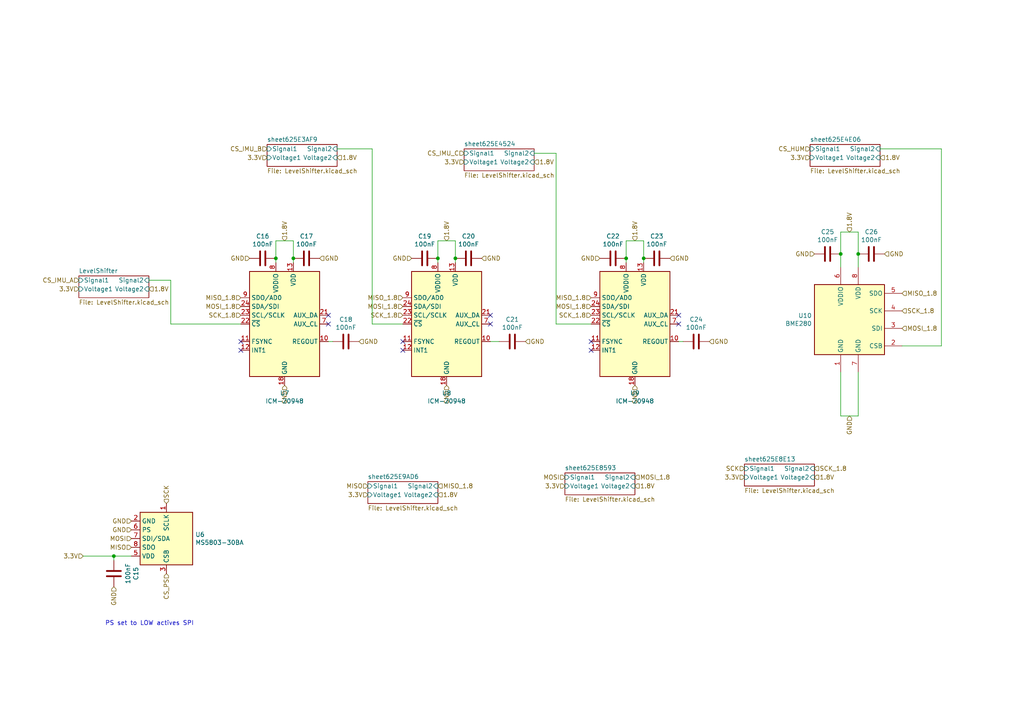
<source format=kicad_sch>
(kicad_sch (version 20230121) (generator eeschema)
  (paper "A4")
  (lib_symbols
    (symbol "AttitudeMotorController-rescue:MS5803-30BA-Sensor_Pressure-ms5803-30ba-sensor_pressure"
      (property "Reference" "U" (at -6.35 8.89 0))
      (property "Value" "MS5803-30BA-Sensor_Pressure-ms5803-30ba-sensor_pressure" (at 7.62 8.89 0))
      (symbol "MS5803-30BA-Sensor_Pressure-ms5803-30ba-sensor_pressure_0_1"
        (rectangle (start -7.62 7.62) (end 7.62 -7.62) (stroke (width 0.254)) (fill (type background)))
      )
      (symbol "MS5803-30BA-Sensor_Pressure-ms5803-30ba-sensor_pressure_1_1"
        (pin input line (at 0 10.16 270) (length 2.54) (name "SCLK") (number "1"))
        (pin power_in line (at -10.16 5.08 0) (length 2.54) (name "GND") (number "2"))
        (pin input line (at 0 -10.16 90) (length 2.54) (name "CSB") (number "3"))
        (pin input line (at -10.16 -5.08 0) (length 2.54) hide (name "CSB") (number "5"))
        (pin power_in line (at -10.16 -5.08 0) (length 2.54) (name "VDD") (number "5"))
        (pin input line (at -10.16 2.54 0) (length 2.54) (name "PS") (number "6"))
        (pin bidirectional line (at -10.16 0 0) (length 2.54) (name "SDI/SDA") (number "7"))
        (pin output line (at -10.16 -2.54 0) (length 2.54) (name "SDO") (number "8"))
      )
    )
    (symbol "Device:C" (pin_numbers hide) (pin_names (offset 0.254))
      (property "Reference" "C" (at 0.635 2.54 0))
      (property "Value" "C" (at 0.635 -2.54 0))
      (symbol "C_0_1"
        (polyline (pts (xy -2.032 -0.762) (xy 2.032 -0.762)) (stroke (width 0.508)))
        (polyline (pts (xy -2.032 0.762) (xy 2.032 0.762)) (stroke (width 0.508)))
      )
      (symbol "C_1_1"
        (pin passive line (at 0 3.81 270) (length 2.794) (name "~") (number "1"))
        (pin passive line (at 0 -3.81 90) (length 2.794) (name "~") (number "2"))
      )
    )
    (symbol "Sensor:BME280"
      (property "Reference" "U" (at -8.89 11.43 0))
      (property "Value" "BME280" (at 7.62 11.43 0))
      (symbol "BME280_0_1"
        (rectangle (start -10.16 10.16) (end 10.16 -10.16) (stroke (width 0.254)) (fill (type background)))
      )
      (symbol "BME280_1_1"
        (pin power_in line (at -2.54 -15.24 90) (length 5.08) (name "GND") (number "1"))
        (pin input line (at 15.24 -7.62 180) (length 5.08) (name "CSB") (number "2"))
        (pin bidirectional line (at 15.24 -2.54 180) (length 5.08) (name "SDI") (number "3"))
        (pin input line (at 15.24 2.54 180) (length 5.08) (name "SCK") (number "4"))
        (pin bidirectional line (at 15.24 7.62 180) (length 5.08) (name "SDO") (number "5"))
        (pin power_in line (at -2.54 15.24 270) (length 5.08) (name "VDDIO") (number "6"))
        (pin power_in line (at 2.54 -15.24 90) (length 5.08) (name "GND") (number "7"))
        (pin power_in line (at 2.54 15.24 270) (length 5.08) (name "VDD") (number "8"))
      )
    )
    (symbol "Sensor_Motion:ICM-20948"
      (property "Reference" "U" (at -11.43 16.51 0))
      (property "Value" "ICM-20948" (at 7.62 -16.51 0))
      (symbol "ICM-20948_0_1"
        (rectangle (start -10.16 15.24) (end 10.16 -15.24) (stroke (width 0.254)) (fill (type background)))
      )
      (symbol "ICM-20948_1_1"
        (pin no_connect line (at -10.16 12.7 0) (length 2.54) hide (name "NC") (number "1"))
        (pin passive line (at 12.7 -5.08 180) (length 2.54) (name "REGOUT") (number "10"))
        (pin input line (at -12.7 -5.08 0) (length 2.54) (name "FSYNC") (number "11"))
        (pin output line (at -12.7 -7.62 0) (length 2.54) (name "INT1") (number "12"))
        (pin power_in line (at 2.54 17.78 270) (length 2.54) (name "VDD") (number "13"))
        (pin no_connect line (at 10.16 7.62 180) (length 2.54) hide (name "NC") (number "14"))
        (pin no_connect line (at 10.16 5.08 180) (length 2.54) hide (name "NC") (number "15"))
        (pin no_connect line (at 10.16 -7.62 180) (length 2.54) hide (name "NC") (number "16"))
        (pin no_connect line (at 10.16 -10.16 180) (length 2.54) hide (name "NC") (number "17"))
        (pin power_in line (at 0 -17.78 90) (length 2.54) (name "GND") (number "18"))
        (pin no_connect line (at 10.16 -12.7 180) (length 2.54) hide (name "RESV") (number "19"))
        (pin no_connect line (at -10.16 10.16 0) (length 2.54) hide (name "NC") (number "2"))
        (pin passive line (at 0 -17.78 90) (length 2.54) hide (name "GND") (number "20"))
        (pin bidirectional line (at 12.7 2.54 180) (length 2.54) (name "AUX_DA") (number "21"))
        (pin input line (at -12.7 0 0) (length 2.54) (name "~{CS}") (number "22"))
        (pin input line (at -12.7 2.54 0) (length 2.54) (name "SCL/SCLK") (number "23"))
        (pin bidirectional line (at -12.7 5.08 0) (length 2.54) (name "SDA/SDI") (number "24"))
        (pin no_connect line (at -10.16 -2.54 0) (length 2.54) hide (name "NC") (number "3"))
        (pin no_connect line (at -10.16 -10.16 0) (length 2.54) hide (name "NC") (number "4"))
        (pin no_connect line (at -10.16 -12.7 0) (length 2.54) hide (name "NC") (number "5"))
        (pin no_connect line (at 10.16 10.16 180) (length 2.54) hide (name "NC") (number "6"))
        (pin output line (at 12.7 0 180) (length 2.54) (name "AUX_CL") (number "7"))
        (pin power_in line (at -2.54 17.78 270) (length 2.54) (name "VDDIO") (number "8"))
        (pin bidirectional line (at -12.7 7.62 0) (length 2.54) (name "SDO/AD0") (number "9"))
      )
    )
  )
  (junction (at 243.84 73.66))
  (junction (at 248.92 73.66))
  (junction (at 33.02 161.29))
  (junction (at 80.01 74.93))
  (junction (at 181.61 74.93))
  (junction (at 186.69 74.93))
  (junction (at 127 74.93))
  (junction (at 132.08 74.93))
  (junction (at 85.09 74.93))
  (no_connect (at 116.84 99.06))
  (no_connect (at 196.85 93.98))
  (no_connect (at 142.24 93.98))
  (no_connect (at 95.25 93.98))
  (no_connect (at 196.85 91.44))
  (no_connect (at 171.45 99.06))
  (no_connect (at 69.85 99.06))
  (no_connect (at 171.45 101.6))
  (no_connect (at 69.85 101.6))
  (no_connect (at 116.84 101.6))
  (no_connect (at 142.24 91.44))
  (no_connect (at 95.25 91.44))
  (wire (pts (xy 80.01 76.2) (xy 80.01 74.93)))
  (wire (pts (xy 181.61 69.85) (xy 186.69 69.85)))
  (wire (pts (xy 49.53 93.98) (xy 69.85 93.98)))
  (wire (pts (xy 161.29 93.98) (xy 171.45 93.98)))
  (wire (pts (xy 144.78 99.06) (xy 142.24 99.06)))
  (wire (pts (xy 255.27 43.18) (xy 273.05 43.18)))
  (wire (pts (xy 97.79 43.18) (xy 107.95 43.18)))
  (wire (pts (xy 80.01 69.85) (xy 85.09 69.85)))
  (wire (pts (xy 273.05 100.33) (xy 261.62 100.33)))
  (wire (pts (xy 243.84 67.31) (xy 243.84 73.66)))
  (wire (pts (xy 248.92 67.31) (xy 248.92 73.66)))
  (wire (pts (xy 132.08 69.85) (xy 132.08 74.93)))
  (wire (pts (xy 127 74.93) (xy 127 76.2)))
  (wire (pts (xy 107.95 43.18) (xy 107.95 93.98)))
  (wire (pts (xy 186.69 69.85) (xy 186.69 74.93)))
  (wire (pts (xy 132.08 74.93) (xy 132.08 76.2)))
  (wire (pts (xy 107.95 93.98) (xy 116.84 93.98)))
  (wire (pts (xy 49.53 81.28) (xy 49.53 93.98)))
  (wire (pts (xy 243.84 120.65) (xy 243.84 107.95)))
  (wire (pts (xy 127 69.85) (xy 127 74.93)))
  (wire (pts (xy 38.1 161.29) (xy 33.02 161.29)))
  (wire (pts (xy 95.25 99.06) (xy 96.52 99.06)))
  (wire (pts (xy 248.92 73.66) (xy 248.92 77.47)))
  (wire (pts (xy 248.92 120.65) (xy 243.84 120.65)))
  (wire (pts (xy 243.84 67.31) (xy 248.92 67.31)))
  (wire (pts (xy 161.29 44.45) (xy 161.29 93.98)))
  (wire (pts (xy 127 69.85) (xy 132.08 69.85)))
  (wire (pts (xy 85.09 69.85) (xy 85.09 74.93)))
  (wire (pts (xy 80.01 74.93) (xy 80.01 69.85)))
  (wire (pts (xy 273.05 43.18) (xy 273.05 100.33)))
  (wire (pts (xy 43.18 81.28) (xy 49.53 81.28)))
  (wire (pts (xy 33.02 161.29) (xy 33.02 162.56)))
  (wire (pts (xy 196.85 99.06) (xy 198.12 99.06)))
  (wire (pts (xy 154.94 44.45) (xy 161.29 44.45)))
  (wire (pts (xy 243.84 73.66) (xy 243.84 77.47)))
  (wire (pts (xy 181.61 69.85) (xy 181.61 74.93)))
  (wire (pts (xy 33.02 161.29) (xy 24.13 161.29)))
  (wire (pts (xy 186.69 74.93) (xy 186.69 76.2)))
  (wire (pts (xy 85.09 74.93) (xy 85.09 76.2)))
  (wire (pts (xy 248.92 107.95) (xy 248.92 120.65)))
  (wire (pts (xy 181.61 74.93) (xy 181.61 76.2)))
  (text "PS set to LOW actives SPI" (at 30.48 181.61 0) (effects (font (size 1.27 1.27)) (justify left bottom)))
  (hierarchical_label "GND" (shape input) (at 194.31 74.93 0))
  (hierarchical_label "3.3V" (shape input) (at 77.47 45.72 180))
  (hierarchical_label "GND" (shape input) (at 38.1 153.67 180))
  (hierarchical_label "MOSI_1.8" (shape input) (at 184.15 138.43 0))
  (hierarchical_label "MISO" (shape input) (at 106.68 140.97 180))
  (hierarchical_label "CS_IMU_C" (shape input) (at 134.62 44.45 180))
  (hierarchical_label "SCK_1.8" (shape input) (at 171.45 91.44 180))
  (hierarchical_label "GND" (shape input) (at 33.02 170.18 270))
  (hierarchical_label "1.8V" (shape input) (at 154.94 46.99 0))
  (hierarchical_label "MOSI" (shape input) (at 163.83 138.43 180))
  (hierarchical_label "MISO_1.8" (shape input) (at 69.85 86.36 180))
  (hierarchical_label "GND" (shape input) (at 246.38 120.65 270))
  (hierarchical_label "GND" (shape input) (at 38.1 151.13 180))
  (hierarchical_label "MISO_1.8" (shape input) (at 116.84 86.36 180))
  (hierarchical_label "MISO" (shape input) (at 38.1 158.75 180))
  (hierarchical_label "1.8V" (shape input) (at 82.55 69.85 90))
  (hierarchical_label "3.3V" (shape input) (at 215.9 138.43 180))
  (hierarchical_label "CS_PS" (shape input) (at 48.26 166.37 270))
  (hierarchical_label "GND" (shape input) (at 119.38 74.93 180))
  (hierarchical_label "1.8V" (shape input) (at 97.79 45.72 0))
  (hierarchical_label "MOSI_1.8" (shape input) (at 261.62 95.25 0))
  (hierarchical_label "MISO_1.8" (shape input) (at 127 140.97 0))
  (hierarchical_label "SCK_1.8" (shape input) (at 236.22 135.89 0))
  (hierarchical_label "3.3V" (shape input) (at 106.68 143.51 180))
  (hierarchical_label "1.8V" (shape input) (at 129.54 69.85 90))
  (hierarchical_label "GND" (shape input) (at 72.39 74.93 180))
  (hierarchical_label "3.3V" (shape input) (at 163.83 140.97 180))
  (hierarchical_label "CS_HUM" (shape input) (at 234.95 43.18 180))
  (hierarchical_label "1.8V" (shape input) (at 184.15 69.85 90))
  (hierarchical_label "GND" (shape input) (at 139.7 74.93 0))
  (hierarchical_label "MISO_1.8" (shape input) (at 171.45 86.36 180))
  (hierarchical_label "1.8V" (shape input) (at 184.15 140.97 0))
  (hierarchical_label "3.3V" (shape input) (at 24.13 161.29 180))
  (hierarchical_label "3.3V" (shape input) (at 134.62 46.99 180))
  (hierarchical_label "SCK_1.8" (shape input) (at 69.85 91.44 180))
  (hierarchical_label "GND" (shape input) (at 256.54 73.66 0))
  (hierarchical_label "1.8V" (shape input) (at 246.38 67.31 90))
  (hierarchical_label "MOSI" (shape input) (at 38.1 156.21 180))
  (hierarchical_label "MOSI_1.8" (shape input) (at 116.84 88.9 180))
  (hierarchical_label "GND" (shape input) (at 173.99 74.93 180))
  (hierarchical_label "MOSI_1.8" (shape input) (at 69.85 88.9 180))
  (hierarchical_label "CS_IMU_A" (shape input) (at 22.86 81.28 180))
  (hierarchical_label "MOSI_1.8" (shape input) (at 171.45 88.9 180))
  (hierarchical_label "1.8V" (shape input) (at 236.22 138.43 0))
  (hierarchical_label "GND" (shape input) (at 92.71 74.93 0))
  (hierarchical_label "GND" (shape input) (at 82.55 111.76 270))
  (hierarchical_label "MISO_1.8" (shape input) (at 261.62 85.09 0))
  (hierarchical_label "SCK" (shape input) (at 215.9 135.89 180))
  (hierarchical_label "1.8V" (shape input) (at 43.18 83.82 0))
  (hierarchical_label "GND" (shape input) (at 184.15 111.76 270))
  (hierarchical_label "GND" (shape input) (at 129.54 111.76 270))
  (hierarchical_label "CS_IMU_B" (shape input) (at 77.47 43.18 180))
  (hierarchical_label "GND" (shape input) (at 152.4 99.06 0))
  (hierarchical_label "3.3V" (shape input) (at 22.86 83.82 180))
  (hierarchical_label "GND" (shape input) (at 205.74 99.06 0))
  (hierarchical_label "3.3V" (shape input) (at 234.95 45.72 180))
  (hierarchical_label "GND" (shape input) (at 236.22 73.66 180))
  (hierarchical_label "1.8V" (shape input) (at 255.27 45.72 0))
  (hierarchical_label "GND" (shape input) (at 104.14 99.06 0))
  (hierarchical_label "SCK_1.8" (shape input) (at 261.62 90.17 0))
  (hierarchical_label "SCK" (shape input) (at 48.26 146.05 90))
  (hierarchical_label "1.8V" (shape input) (at 127 143.51 0))
  (hierarchical_label "SCK_1.8" (shape input) (at 116.84 91.44 180))
  (symbol (lib_id "Sensor_Motion:ICM-20948") (at 82.55 93.98 0) (unit 1)
    (property "Reference" "U7" (at 82.55 114.0206 0))
    (property "Value" "ICM-20948" (at 82.55 116.332 0))
    (property "Footprint" "Sensor_Motion:InvenSense_QFN-24_3x3mm_P0.4mm" (effects hide))
    (property "Datasheet" "http://www.invensense.com/wp-content/uploads/2016/06/DS-000189-ICM-20948-v1.3.pdf" (effects hide))
  )
  (symbol (lib_id "Sensor_Motion:ICM-20948") (at 129.54 93.98 0) (unit 1)
    (property "Reference" "U8" (at 129.54 114.0206 0))
    (property "Value" "ICM-20948" (at 129.54 116.332 0))
    (property "Footprint" "Sensor_Motion:InvenSense_QFN-24_3x3mm_P0.4mm" (effects hide))
    (property "Datasheet" "http://www.invensense.com/wp-content/uploads/2016/06/DS-000189-ICM-20948-v1.3.pdf" (effects hide))
  )
  (symbol (lib_id "Sensor_Motion:ICM-20948") (at 184.15 93.98 0) (unit 1)
    (property "Reference" "U9" (at 184.15 114.0206 0))
    (property "Value" "ICM-20948" (at 184.15 116.332 0))
    (property "Footprint" "Sensor_Motion:InvenSense_QFN-24_3x3mm_P0.4mm" (effects hide))
    (property "Datasheet" "http://www.invensense.com/wp-content/uploads/2016/06/DS-000189-ICM-20948-v1.3.pdf" (effects hide))
  )
  (symbol (lib_id "Sensor:BME280") (at 246.38 92.71 0) (unit 1)
    (property "Reference" "U10" (at 235.4834 91.5416 0) (effects (justify right)))
    (property "Value" "BME280" (at 235.4834 93.853 0) (effects (justify right)))
    (property "Footprint" "Package_LGA:Bosch_LGA-8_2.5x2.5mm_P0.65mm_ClockwisePinNumbering" (effects hide))
    (property "Datasheet" "https://ae-bst.resource.bosch.com/media/_tech/media/datasheets/BST-BME280-DS002.pdf" (effects hide))
  )
  (symbol (lib_id "Device:C") (at 252.73 73.66 90) (unit 1)
    (property "Reference" "C26" (at 252.73 67.2592 90))
    (property "Value" "100nF" (at 252.73 69.5706 90))
    (property "Footprint" "Capacitor_SMD:C_0603_1608Metric_Pad1.08x0.95mm_HandSolder" (effects hide))
  )
  (symbol (lib_id "Device:C") (at 240.03 73.66 90) (unit 1)
    (property "Reference" "C25" (at 240.03 67.2592 90))
    (property "Value" "100nF" (at 240.03 69.5706 90))
    (property "Footprint" "Capacitor_SMD:C_0603_1608Metric_Pad1.08x0.95mm_HandSolder" (effects hide))
  )
  (symbol (lib_id "Device:C") (at 190.5 74.93 90) (unit 1)
    (property "Reference" "C23" (at 190.5 68.5292 90))
    (property "Value" "100nF" (at 190.5 70.8406 90))
    (property "Footprint" "Capacitor_SMD:C_0603_1608Metric_Pad1.08x0.95mm_HandSolder" (effects hide))
  )
  (symbol (lib_id "Device:C") (at 177.8 74.93 90) (unit 1)
    (property "Reference" "C22" (at 177.8 68.5292 90))
    (property "Value" "100nF" (at 177.8 70.8406 90))
    (property "Footprint" "Capacitor_SMD:C_0603_1608Metric_Pad1.08x0.95mm_HandSolder" (effects hide))
  )
  (symbol (lib_id "Device:C") (at 135.89 74.93 90) (unit 1)
    (property "Reference" "C20" (at 135.89 68.5292 90))
    (property "Value" "100nF" (at 135.89 70.8406 90))
    (property "Footprint" "Capacitor_SMD:C_0603_1608Metric_Pad1.08x0.95mm_HandSolder" (effects hide))
  )
  (symbol (lib_id "Device:C") (at 123.19 74.93 90) (unit 1)
    (property "Reference" "C19" (at 123.19 68.5292 90))
    (property "Value" "100nF" (at 123.19 70.8406 90))
    (property "Footprint" "Capacitor_SMD:C_0603_1608Metric_Pad1.08x0.95mm_HandSolder" (effects hide))
  )
  (symbol (lib_id "Device:C") (at 88.9 74.93 90) (unit 1)
    (property "Reference" "C17" (at 88.9 68.5292 90))
    (property "Value" "100nF" (at 88.9 70.8406 90))
    (property "Footprint" "Capacitor_SMD:C_0603_1608Metric_Pad1.08x0.95mm_HandSolder" (effects hide))
  )
  (symbol (lib_id "Device:C") (at 76.2 74.93 90) (unit 1)
    (property "Reference" "C16" (at 76.2 68.5292 90))
    (property "Value" "100nF" (at 76.2 70.8406 90))
    (property "Footprint" "Capacitor_SMD:C_0603_1608Metric_Pad1.08x0.95mm_HandSolder" (effects hide))
  )
  (symbol (lib_id "Device:C") (at 148.59 99.06 90) (unit 1)
    (property "Reference" "C21" (at 148.59 92.6592 90))
    (property "Value" "100nF" (at 148.59 94.9706 90))
    (property "Footprint" "Capacitor_SMD:C_0603_1608Metric_Pad1.08x0.95mm_HandSolder" (effects hide))
  )
  (symbol (lib_id "Device:C") (at 201.93 99.06 90) (unit 1)
    (property "Reference" "C24" (at 201.93 92.6592 90))
    (property "Value" "100nF" (at 201.93 94.9706 90))
    (property "Footprint" "Capacitor_SMD:C_0603_1608Metric_Pad1.08x0.95mm_HandSolder" (effects hide))
  )
  (symbol (lib_id "Device:C") (at 100.33 99.06 90) (unit 1)
    (property "Reference" "C18" (at 100.33 92.6592 90))
    (property "Value" "100nF" (at 100.33 94.9706 90))
    (property "Footprint" "Capacitor_SMD:C_0603_1608Metric_Pad1.08x0.95mm_HandSolder" (effects hide))
  )
  (symbol (lib_id "AttitudeMotorController-rescue:MS5803-30BA-Sensor_Pressure-ms5803-30ba-sensor_pressure") (at 48.26 156.21 0) (unit 1)
    (property "Reference" "U6" (at 56.642 155.0416 0) (effects (justify left)))
    (property "Value" "MS5803-30BA" (at 56.642 157.353 0) (effects (justify left)))
    (property "Footprint" "MS5803-30BA:MS5803-30BA" (effects hide))
    (property "Datasheet" "https://www.te.com/commerce/DocumentDelivery/DDEController?Action=showdoc&DocId=Data+Sheet%7FMS5607-02BA03%7FB2%7Fpdf%7FEnglish%7FENG_DS_MS5607-02BA03_B2.pdf%7FCAT-BLPS0035" (effects hide))
  )
  (symbol (lib_id "Device:C") (at 33.02 166.37 0) (unit 1)
    (property "Reference" "C15" (at 39.4208 166.37 90))
    (property "Value" "100nF" (at 37.1094 166.37 90))
    (property "Footprint" "Capacitor_SMD:C_0603_1608Metric_Pad1.08x0.95mm_HandSolder" (effects hide))
  )
  (sheet (at 22.86 80.01) (size 20.32 6.35)
    (property "Sheetname" "LevelShifter" (at 22.86 79.2984 0) (effects (justify left bottom)))
    (property "Sheetfile" "LevelShifter.kicad_sch" (at 22.86 86.9446 0) (effects (justify left top)))
    (pin "Voltage1" input (at 22.86 83.82 180))
    (pin "Signal1" input (at 22.86 81.28 180))
    (pin "Voltage2" input (at 43.18 83.82 0))
    (pin "Signal2" input (at 43.18 81.28 0))
  )
  (sheet (at 77.47 41.91) (size 20.32 6.35)
    (property "Sheetname" "sheet625E3AF9" (at 77.47 41.1984 0) (effects (justify left bottom)))
    (property "Sheetfile" "LevelShifter.kicad_sch" (at 77.47 48.8446 0) (effects (justify left top)))
    (pin "Voltage1" input (at 77.47 45.72 180))
    (pin "Signal1" input (at 77.47 43.18 180))
    (pin "Voltage2" input (at 97.79 45.72 0))
    (pin "Signal2" input (at 97.79 43.18 0))
  )
  (sheet (at 134.62 43.18) (size 20.32 6.35)
    (property "Sheetname" "sheet625E4524" (at 134.62 42.4684 0) (effects (justify left bottom)))
    (property "Sheetfile" "LevelShifter.kicad_sch" (at 134.62 50.1146 0) (effects (justify left top)))
    (pin "Voltage1" input (at 134.62 46.99 180))
    (pin "Signal1" input (at 134.62 44.45 180))
    (pin "Voltage2" input (at 154.94 46.99 0))
    (pin "Signal2" input (at 154.94 44.45 0))
  )
  (sheet (at 234.95 41.91) (size 20.32 6.35)
    (property "Sheetname" "sheet625E4E06" (at 234.95 41.1984 0) (effects (justify left bottom)))
    (property "Sheetfile" "LevelShifter.kicad_sch" (at 234.95 48.8446 0) (effects (justify left top)))
    (pin "Voltage1" input (at 234.95 45.72 180))
    (pin "Signal1" input (at 234.95 43.18 180))
    (pin "Voltage2" input (at 255.27 45.72 0))
    (pin "Signal2" input (at 255.27 43.18 0))
  )
  (sheet (at 163.83 137.16) (size 20.32 6.35)
    (property "Sheetname" "sheet625E8593" (at 163.83 136.4484 0) (effects (justify left bottom)))
    (property "Sheetfile" "LevelShifter.kicad_sch" (at 163.83 144.0946 0) (effects (justify left top)))
    (pin "Voltage1" input (at 163.83 140.97 180))
    (pin "Signal1" input (at 163.83 138.43 180))
    (pin "Voltage2" input (at 184.15 140.97 0))
    (pin "Signal2" input (at 184.15 138.43 0))
  )
  (sheet (at 215.9 134.62) (size 20.32 6.35)
    (property "Sheetname" "sheet625E8E13" (at 215.9 133.9084 0) (effects (justify left bottom)))
    (property "Sheetfile" "LevelShifter.kicad_sch" (at 215.9 141.5546 0) (effects (justify left top)))
    (pin "Voltage1" input (at 215.9 138.43 180))
    (pin "Signal1" input (at 215.9 135.89 180))
    (pin "Voltage2" input (at 236.22 138.43 0))
    (pin "Signal2" input (at 236.22 135.89 0))
  )
  (sheet (at 106.68 139.7) (size 20.32 6.35)
    (property "Sheetname" "sheet625E9AD6" (at 106.68 138.9884 0) (effects (justify left bottom)))
    (property "Sheetfile" "LevelShifter.kicad_sch" (at 106.68 146.6346 0) (effects (justify left top)))
    (pin "Voltage1" input (at 106.68 143.51 180))
    (pin "Signal1" input (at 106.68 140.97 180))
    (pin "Voltage2" input (at 127 143.51 0))
    (pin "Signal2" input (at 127 140.97 0))
  )
)
</source>
